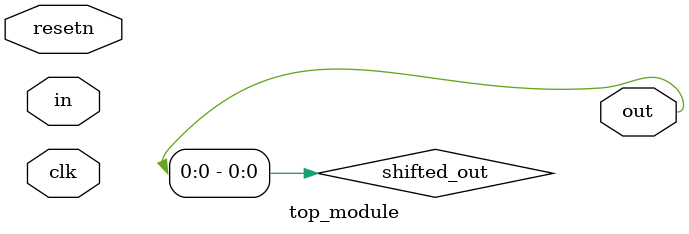
<source format=sv>
module top_module (
  input clk,
  input resetn,
  input in,
  output out
);

  reg [3:0] shift_register;
  reg [3:0] shifted_out;

  always @(posedge clk or negedge resetn) begin
    if (!resetn)
      shift_register <= 4'b0;
    else
      shift_register <= {in, shift_register[3:1]};
  end

  assign out = shifted_out[0];

endmodule

</source>
